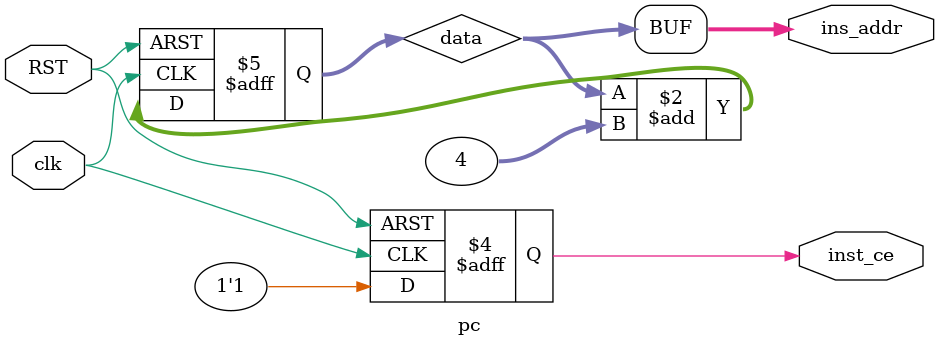
<source format=v>
`timescale 1ns / 1ps

module pc(
    input clk,
    input RST,
    output [31:0]ins_addr,	
    output reg inst_ce			
    );
	
reg [31:0] data = 32'b0;

always@(posedge clk or posedge RST) begin
    if(RST) begin	
        inst_ce <= 0;
        data <= 32'b0;
	end
    else begin
        inst_ce <= 1;	
        // Ê®Áù½øÖÆµÄ£¬ÒòÎªcoeÎÄ¼þÖ»ÓÐÁù¸öÖ¸Áî£¬ËùÒÔÐèÒªÁù´ÎÖÜÆÚºóÑ­»·Îª0
//		if(data >= 32'h00000014 && clk) begin
//			data <= 0;
//		end
		if(clk) begin
			data <= data + 32'h00000004;
		end
	end
end

assign ins_addr = data;

endmodule

</source>
